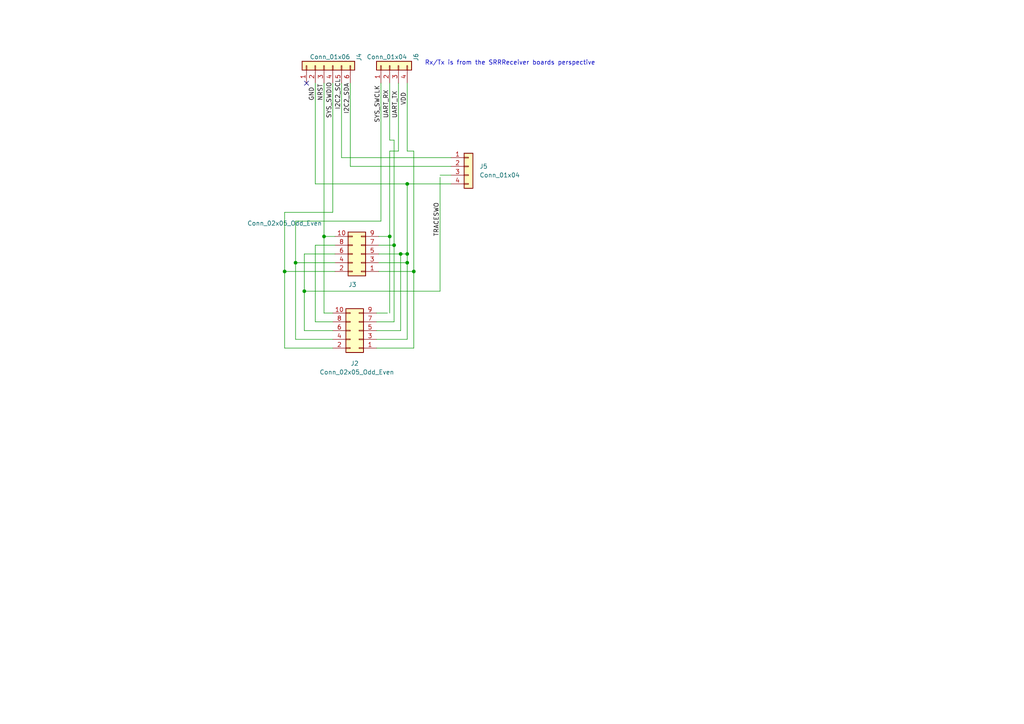
<source format=kicad_sch>
(kicad_sch (version 20230121) (generator eeschema)
  (paper "A4")
  (lib_symbols
    (symbol "Connector_Generic:Conn_01x04" (pin_names (offset 1.016) hide)
      (property "Reference" "J" (at 0 5.08 0))
      (property "Value" "Conn_01x04" (at 0 -7.62 0))
      (symbol "Conn_01x04_1_1"
        (rectangle (start -1.27 -4.953) (end 0 -5.207) (stroke (width 0.1524)))
        (rectangle (start -1.27 -2.413) (end 0 -2.667) (stroke (width 0.1524)))
        (rectangle (start -1.27 0.127) (end 0 -0.127) (stroke (width 0.1524)))
        (rectangle (start -1.27 2.667) (end 0 2.413) (stroke (width 0.1524)))
        (rectangle (start -1.27 3.81) (end 1.27 -6.35) (stroke (width 0.254)) (fill (type background)))
        (pin passive line (at -5.08 2.54 0) (length 3.81) (name "Pin_1") (number "1"))
        (pin passive line (at -5.08 0 0) (length 3.81) (name "Pin_2") (number "2"))
        (pin passive line (at -5.08 -2.54 0) (length 3.81) (name "Pin_3") (number "3"))
        (pin passive line (at -5.08 -5.08 0) (length 3.81) (name "Pin_4") (number "4"))
      )
    )
    (symbol "Connector_Generic:Conn_01x06" (pin_names (offset 1.016) hide)
      (property "Reference" "J" (at 0 7.62 0))
      (property "Value" "Conn_01x06" (at 0 -10.16 0))
      (symbol "Conn_01x06_1_1"
        (rectangle (start -1.27 -7.493) (end 0 -7.747) (stroke (width 0.1524)))
        (rectangle (start -1.27 -4.953) (end 0 -5.207) (stroke (width 0.1524)))
        (rectangle (start -1.27 -2.413) (end 0 -2.667) (stroke (width 0.1524)))
        (rectangle (start -1.27 0.127) (end 0 -0.127) (stroke (width 0.1524)))
        (rectangle (start -1.27 2.667) (end 0 2.413) (stroke (width 0.1524)))
        (rectangle (start -1.27 5.207) (end 0 4.953) (stroke (width 0.1524)))
        (rectangle (start -1.27 6.35) (end 1.27 -8.89) (stroke (width 0.254)) (fill (type background)))
        (pin passive line (at -5.08 5.08 0) (length 3.81) (name "Pin_1") (number "1"))
        (pin passive line (at -5.08 2.54 0) (length 3.81) (name "Pin_2") (number "2"))
        (pin passive line (at -5.08 0 0) (length 3.81) (name "Pin_3") (number "3"))
        (pin passive line (at -5.08 -2.54 0) (length 3.81) (name "Pin_4") (number "4"))
        (pin passive line (at -5.08 -5.08 0) (length 3.81) (name "Pin_5") (number "5"))
        (pin passive line (at -5.08 -7.62 0) (length 3.81) (name "Pin_6") (number "6"))
      )
    )
    (symbol "Connector_Generic:Conn_02x05_Odd_Even" (pin_names (offset 1.016) hide)
      (property "Reference" "J" (at 1.27 7.62 0))
      (property "Value" "Conn_02x05_Odd_Even" (at 1.27 -7.62 0))
      (symbol "Conn_02x05_Odd_Even_1_1"
        (rectangle (start -1.27 -4.953) (end 0 -5.207) (stroke (width 0.1524)))
        (rectangle (start -1.27 -2.413) (end 0 -2.667) (stroke (width 0.1524)))
        (rectangle (start -1.27 0.127) (end 0 -0.127) (stroke (width 0.1524)))
        (rectangle (start -1.27 2.667) (end 0 2.413) (stroke (width 0.1524)))
        (rectangle (start -1.27 5.207) (end 0 4.953) (stroke (width 0.1524)))
        (rectangle (start -1.27 6.35) (end 3.81 -6.35) (stroke (width 0.254)) (fill (type background)))
        (rectangle (start 3.81 -4.953) (end 2.54 -5.207) (stroke (width 0.1524)))
        (rectangle (start 3.81 -2.413) (end 2.54 -2.667) (stroke (width 0.1524)))
        (rectangle (start 3.81 0.127) (end 2.54 -0.127) (stroke (width 0.1524)))
        (rectangle (start 3.81 2.667) (end 2.54 2.413) (stroke (width 0.1524)))
        (rectangle (start 3.81 5.207) (end 2.54 4.953) (stroke (width 0.1524)))
        (pin passive line (at -5.08 5.08 0) (length 3.81) (name "Pin_1") (number "1"))
        (pin passive line (at 7.62 -5.08 180) (length 3.81) (name "Pin_10") (number "10"))
        (pin passive line (at 7.62 5.08 180) (length 3.81) (name "Pin_2") (number "2"))
        (pin passive line (at -5.08 2.54 0) (length 3.81) (name "Pin_3") (number "3"))
        (pin passive line (at 7.62 2.54 180) (length 3.81) (name "Pin_4") (number "4"))
        (pin passive line (at -5.08 0 0) (length 3.81) (name "Pin_5") (number "5"))
        (pin passive line (at 7.62 0 180) (length 3.81) (name "Pin_6") (number "6"))
        (pin passive line (at -5.08 -2.54 0) (length 3.81) (name "Pin_7") (number "7"))
        (pin passive line (at 7.62 -2.54 180) (length 3.81) (name "Pin_8") (number "8"))
        (pin passive line (at -5.08 -5.08 0) (length 3.81) (name "Pin_9") (number "9"))
      )
    )
  )
  (junction (at 93.98 68.58))
  (junction (at 82.55 78.74))
  (junction (at 113.03 68.58))
  (junction (at 114.3 71.12))
  (junction (at 118.11 53.34))
  (junction (at 118.11 76.2))
  (junction (at 85.725 76.2))
  (junction (at 118.11 73.66))
  (junction (at 120.015 78.74))
  (junction (at 88.265 84.455))
  (junction (at 116.205 73.66))
  (no_connect (at 88.9 24.13))
  (wire (pts (xy 109.855 76.2) (xy 118.11 76.2)))
  (wire (pts (xy 97.155 68.58) (xy 93.98 68.58)))
  (wire (pts (xy 91.44 93.345) (xy 91.44 71.12)))
  (wire (pts (xy 113.03 43.815) (xy 115.57 43.815)))
  (wire (pts (xy 109.855 68.58) (xy 113.03 68.58)))
  (wire (pts (xy 93.98 24.13) (xy 93.98 68.58)))
  (wire (pts (xy 113.03 43.815) (xy 113.03 68.58)))
  (wire (pts (xy 88.265 95.885) (xy 88.265 84.455)))
  (wire (pts (xy 88.265 84.455) (xy 88.265 73.66)))
  (wire (pts (xy 96.52 95.885) (xy 88.265 95.885)))
  (wire (pts (xy 109.22 95.885) (xy 116.205 95.885)))
  (wire (pts (xy 88.265 73.66) (xy 97.155 73.66)))
  (wire (pts (xy 114.3 71.12) (xy 109.855 71.12)))
  (wire (pts (xy 85.725 98.425) (xy 96.52 98.425)))
  (wire (pts (xy 96.52 100.965) (xy 82.55 100.965)))
  (wire (pts (xy 116.205 73.66) (xy 109.855 73.66)))
  (wire (pts (xy 113.03 24.13) (xy 113.03 40.64)))
  (wire (pts (xy 101.6 48.26) (xy 130.81 48.26)))
  (wire (pts (xy 118.11 76.2) (xy 118.11 98.425)))
  (wire (pts (xy 109.22 100.965) (xy 120.015 100.965)))
  (wire (pts (xy 116.205 73.66) (xy 118.11 73.66)))
  (wire (pts (xy 118.11 24.13) (xy 118.11 43.815)))
  (wire (pts (xy 82.55 78.74) (xy 97.155 78.74)))
  (wire (pts (xy 114.3 93.345) (xy 114.3 71.12)))
  (wire (pts (xy 120.015 78.74) (xy 120.015 43.815)))
  (wire (pts (xy 82.55 100.965) (xy 82.55 78.74)))
  (wire (pts (xy 91.44 53.34) (xy 118.11 53.34)))
  (wire (pts (xy 114.3 40.64) (xy 114.3 71.12)))
  (wire (pts (xy 99.06 45.72) (xy 130.81 45.72)))
  (wire (pts (xy 113.03 68.58) (xy 113.03 90.805)))
  (wire (pts (xy 91.44 71.12) (xy 97.155 71.12)))
  (wire (pts (xy 99.06 45.72) (xy 99.06 24.13)))
  (wire (pts (xy 127.635 84.455) (xy 127.635 51.435)))
  (wire (pts (xy 114.3 40.64) (xy 113.03 40.64)))
  (wire (pts (xy 120.015 100.965) (xy 120.015 78.74)))
  (wire (pts (xy 112.395 90.805) (xy 109.22 90.805)))
  (wire (pts (xy 110.49 64.135) (xy 85.725 64.135)))
  (wire (pts (xy 118.11 98.425) (xy 109.22 98.425)))
  (wire (pts (xy 82.55 61.595) (xy 96.52 61.595)))
  (wire (pts (xy 85.725 76.2) (xy 85.725 98.425)))
  (wire (pts (xy 118.11 53.34) (xy 118.11 73.66)))
  (wire (pts (xy 120.015 43.815) (xy 118.11 43.815)))
  (wire (pts (xy 96.52 93.345) (xy 91.44 93.345)))
  (wire (pts (xy 85.725 64.135) (xy 85.725 76.2)))
  (wire (pts (xy 109.22 93.345) (xy 114.3 93.345)))
  (wire (pts (xy 93.98 90.805) (xy 96.52 90.805)))
  (wire (pts (xy 96.52 24.13) (xy 96.52 61.595)))
  (wire (pts (xy 101.6 24.13) (xy 101.6 48.26)))
  (wire (pts (xy 116.205 95.885) (xy 116.205 73.66)))
  (wire (pts (xy 91.44 24.13) (xy 91.44 53.34)))
  (wire (pts (xy 82.55 78.74) (xy 82.55 61.595)))
  (wire (pts (xy 88.265 84.455) (xy 127.635 84.455)))
  (wire (pts (xy 118.11 53.34) (xy 130.81 53.34)))
  (wire (pts (xy 93.98 68.58) (xy 93.98 90.805)))
  (wire (pts (xy 97.155 76.2) (xy 85.725 76.2)))
  (wire (pts (xy 115.57 43.815) (xy 115.57 24.13)))
  (wire (pts (xy 118.11 76.2) (xy 118.11 73.66)))
  (wire (pts (xy 110.49 24.13) (xy 110.49 64.135)))
  (wire (pts (xy 120.015 78.74) (xy 109.855 78.74)))
  (wire (pts (xy 127.635 50.8) (xy 130.81 50.8)))
  (text "Rx/Tx is from the SRRReceiver boards perspective" (at 123.19 19.05 0) (effects (font (size 1.27 1.27)) (justify left bottom)))
  (label "SYS_SWDIO" (at 96.52 34.29 90))
  (label "I2C2_SDA" (at 101.6 33.02 90))
  (label "TRACESWO" (at 127.635 68.58 90))
  (label "I2C2_SCL" (at 99.06 31.75 90))
  (label "NRST" (at 93.98 29.21 90))
  (label "UART_TX" (at 115.57 34.29 90))
  (label "GND" (at 91.44 29.21 90))
  (label "SYS_SWCLK" (at 110.49 35.56 90))
  (label "UART_RX" (at 113.03 34.29 90))
  (label "VDD" (at 118.11 30.48 90))
  (symbol (lib_id "Connector_Generic:Conn_01x04") (at 135.89 48.26 0) (unit 1)
    (property "Reference" "J5" (at 139.065 48.2599 0) (effects (justify left)))
    (property "Value" "Conn_01x04" (at 139.065 50.7999 0) (effects (justify left)))
    (property "Footprint" "Connector_PinHeader_2.54mm:PinHeader_1x04_P2.54mm_Vertical" (effects hide))
  )
  (symbol (lib_id "Connector_Generic:Conn_01x04") (at 113.03 19.05 90) (unit 1)
    (property "Reference" "J6" (at 120.65 17.78 0) (effects (justify left)))
    (property "Value" "Conn_01x04" (at 118.11 16.51 90) (effects (justify left)))
    (property "Footprint" "Connector_PinHeader_1.27mm:PinHeader_1x04_P1.27mm_Horizontal" (effects hide))
    (property "IncludeInBOM" "FALSE" (effects hide))
  )
  (symbol (lib_id "Connector_Generic:Conn_02x05_Odd_Even") (at 104.775 73.66 180) (unit 1)
    (property "Reference" "J3" (at 102.235 82.55 0))
    (property "Value" "Conn_02x05_Odd_Even" (at 82.55 64.77 0))
    (property "Footprint" "Connector_PinHeader_1.27mm:PinHeader_2x05_P1.27mm_Vertical" (effects hide))
  )
  (symbol (lib_id "Connector_Generic:Conn_01x06") (at 93.98 19.05 90) (unit 1)
    (property "Reference" "J4" (at 104.14 17.78 0) (effects (justify left)))
    (property "Value" "Conn_01x06" (at 101.6 16.51 90) (effects (justify left)))
    (property "Footprint" "Connector_PinHeader_1.27mm:PinHeader_1x06_P1.27mm_Horizontal" (effects hide))
    (property "IncludeInBOM" "FALSE" (effects hide))
  )
  (symbol (lib_id "Connector_Generic:Conn_02x05_Odd_Even") (at 104.14 95.885 180) (unit 1)
    (property "Reference" "J2" (at 102.87 105.41 0))
    (property "Value" "Conn_02x05_Odd_Even" (at 103.505 107.95 0))
    (property "Footprint" "Connector_PinHeader_1.27mm:PinHeader_2x05_P1.27mm_Vertical" (effects hide))
  )
)
</source>
